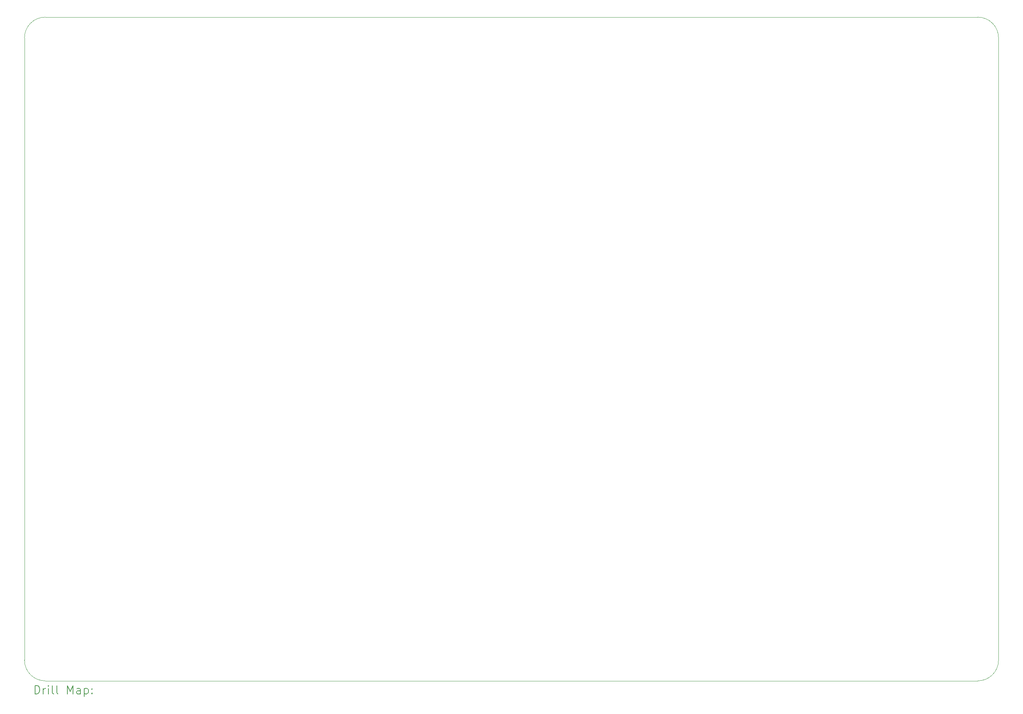
<source format=gbr>
%TF.GenerationSoftware,KiCad,Pcbnew,(6.0.11)*%
%TF.CreationDate,2023-09-03T08:35:41-04:00*%
%TF.ProjectId,template.prototyping,74656d70-6c61-4746-952e-70726f746f74,rev?*%
%TF.SameCoordinates,Original*%
%TF.FileFunction,Drillmap*%
%TF.FilePolarity,Positive*%
%FSLAX45Y45*%
G04 Gerber Fmt 4.5, Leading zero omitted, Abs format (unit mm)*
G04 Created by KiCad (PCBNEW (6.0.11)) date 2023-09-03 08:35:41*
%MOMM*%
%LPD*%
G01*
G04 APERTURE LIST*
%ADD10C,0.050000*%
%ADD11C,0.200000*%
G04 APERTURE END LIST*
D10*
X4000000Y-23000000D02*
X26500000Y-23000000D01*
X27000000Y-22500000D02*
X27000000Y-7500000D01*
X26500000Y-7000000D02*
X4000000Y-7000000D01*
X3500000Y-7500000D02*
X3500000Y-22500000D01*
X26500000Y-23000000D02*
G75*
G03*
X27000000Y-22500000I0J500000D01*
G01*
X3500000Y-22500000D02*
G75*
G03*
X4000000Y-23000000I500000J0D01*
G01*
X4000000Y-7000000D02*
G75*
G03*
X3500000Y-7500000I0J-500000D01*
G01*
X27000000Y-7500000D02*
G75*
G03*
X26500000Y-7000000I-500000J0D01*
G01*
D11*
X3755119Y-23312976D02*
X3755119Y-23112976D01*
X3802738Y-23112976D01*
X3831309Y-23122500D01*
X3850357Y-23141548D01*
X3859881Y-23160595D01*
X3869405Y-23198690D01*
X3869405Y-23227262D01*
X3859881Y-23265357D01*
X3850357Y-23284405D01*
X3831309Y-23303452D01*
X3802738Y-23312976D01*
X3755119Y-23312976D01*
X3955119Y-23312976D02*
X3955119Y-23179643D01*
X3955119Y-23217738D02*
X3964643Y-23198690D01*
X3974167Y-23189167D01*
X3993214Y-23179643D01*
X4012262Y-23179643D01*
X4078928Y-23312976D02*
X4078928Y-23179643D01*
X4078928Y-23112976D02*
X4069405Y-23122500D01*
X4078928Y-23132024D01*
X4088452Y-23122500D01*
X4078928Y-23112976D01*
X4078928Y-23132024D01*
X4202738Y-23312976D02*
X4183690Y-23303452D01*
X4174167Y-23284405D01*
X4174167Y-23112976D01*
X4307500Y-23312976D02*
X4288452Y-23303452D01*
X4278929Y-23284405D01*
X4278929Y-23112976D01*
X4536071Y-23312976D02*
X4536071Y-23112976D01*
X4602738Y-23255833D01*
X4669405Y-23112976D01*
X4669405Y-23312976D01*
X4850357Y-23312976D02*
X4850357Y-23208214D01*
X4840833Y-23189167D01*
X4821786Y-23179643D01*
X4783690Y-23179643D01*
X4764643Y-23189167D01*
X4850357Y-23303452D02*
X4831310Y-23312976D01*
X4783690Y-23312976D01*
X4764643Y-23303452D01*
X4755119Y-23284405D01*
X4755119Y-23265357D01*
X4764643Y-23246309D01*
X4783690Y-23236786D01*
X4831310Y-23236786D01*
X4850357Y-23227262D01*
X4945595Y-23179643D02*
X4945595Y-23379643D01*
X4945595Y-23189167D02*
X4964643Y-23179643D01*
X5002738Y-23179643D01*
X5021786Y-23189167D01*
X5031310Y-23198690D01*
X5040833Y-23217738D01*
X5040833Y-23274881D01*
X5031310Y-23293928D01*
X5021786Y-23303452D01*
X5002738Y-23312976D01*
X4964643Y-23312976D01*
X4945595Y-23303452D01*
X5126548Y-23293928D02*
X5136071Y-23303452D01*
X5126548Y-23312976D01*
X5117024Y-23303452D01*
X5126548Y-23293928D01*
X5126548Y-23312976D01*
X5126548Y-23189167D02*
X5136071Y-23198690D01*
X5126548Y-23208214D01*
X5117024Y-23198690D01*
X5126548Y-23189167D01*
X5126548Y-23208214D01*
M02*

</source>
